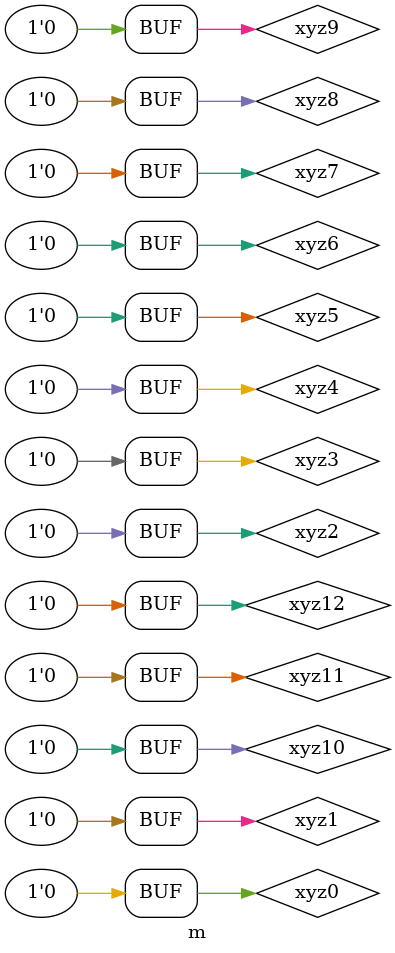
<source format=sv>
`define MIN(x, y)
`define MAX(x, y)
`define ADD(a, b, c, d) a + b + c + d
`define ASSERT_DEFAULT_CLK clk_i
`define ASSERT_DEFAULT_RST !rst_ni
`define ASSERT_ERROR(__name)
`define ASSERT(__name, __prop, __clk = `ASSERT_DEFAULT_CLK, __rst = `ASSERT_DEFAULT_RST)
`define ASSERT_IF(__name, __prop, __enable, __clk = `ASSERT_DEFAULT_CLK, __rst = `ASSERT_DEFAULT_RST)
`define ASSERT_STATIC_IN_PACKAGE(__name, __prop)
`define uvm_info(ID, MSG, VERBOSITY)
`define uvm_fatal(ID, MSG)
`define DV_CHECK_RANDOMIZE_WITH_FATAL(a, b, c="")
`define DV_CHECK_STD_RANDOMIZE_WITH_FATAL(a, b, c="")

module m;
  assign xyz0 = `ADD(  1000000,
  500000,
  2000000000,
  100000 );

  assign xyz1 = `ADD(  100000000000000000000000,
  500000000000000,
  2000000000000000000000000000000000000000,
  100000 );

  assign xyz2 = `ADD(  1000000000000000000000000000000000000000000000000000000000000,
  500000000000000,
  2000000000000000000000000000000000000000,
  100000 );

  assign xyz3 = `ADD(  1000000000000000000000000000000000000000000000000000000000000,
  500000000000000,
  20000000000000000000000000000000000000000000000000000000000000000000000,
  100000 );

  assign xyz4 = `ADD(  1000000000000000000000000000000000000000000000000000000000000,
  500000000000000000000000000000000000000000000000000000000000,
  2000000000000000000000000,
  100000 );

  assign xyz5 = `ADD(  1000000,
  500000,  //Test
  2000000000,
  100000 );

  assign xyz6 = `ADD(  1000000,
  500000,  //Test
  2000000000,  // Test
  100000 );

  assign xyz7 = `ADD(  1000000,  //Test
  500000,  //Test
  2000000000,  // Test
  100000 );

  assign xyz8 = `ADD(  1000000  //Test
  ,500000  //Test
  ,2000000000  // Test
  ,100000 );

  assign xyz9 = `ADD(  1000000, // comment
  500000,
  //Test
  2000000000,
  // another comment
  100000 );

  assign xyz10 = `ADD(  1000000, // comment
  500000,
  2000000000000000000000000000000000000000000000000000000000000000000000000,
  // another comment
  100000 );

  assign xyz11 = `ADD(  1000000, // comment
  500000,
  "This is a very long argument which should cause the macro instance to not be formatted as expected",
  // another comment
  100000 );

  assign xyz12 = `ADD(  1000000,
  500000 +
    100000000000 +
            20000000000000000,
  10,
  100000 );

  `ASSERT(IbexInstrLSBsKnown, valid_i |->
      !$isunknown(instr_i[1:0]))

  `ASSERT(IbexC0Known1, (valid_i && (instr_i[1:0] == 2'b00)) |->
      !$isunknown(instr_i[15:13]))

  `ASSERT(IbexC1Known2, (valid_i && (instr_i[1:0] == 2'b01) && (instr_i[15:13] == 3'b100)) |->
      !$isunknown(instr_i[11:10]))

  `ASSERT(IbexC1Known3, (valid_i &&
      (instr_i[1:0] == 2'b01) && (instr_i[15:13] == 3'b100) && (instr_i[11:10] == 2'b11)) |->
      !$isunknown({instr_i[12], instr_i[6:5]}))

  `ASSERT(IbexC2Known1, (valid_i && (instr_i[1:0] == 2'b10)) |->
      !$isunknown(instr_i[15:13]))

  `ASSERT_IF(IbexExceptionPrioOnehot,
             $onehot({instr_fetch_err_prio,
                      illegal_insn_prio,
                      ecall_insn_prio,
                      ebrk_insn_prio,
                      store_err_prio,
                      load_err_prio}),
             (ctrl_fsm_cs == FLUSH) & exc_req_q)

  `ASSERT_STATIC_IN_PACKAGE(ThisNameDoesNotMatter1, 32 == $bits(pkg_b::ParameterIntEqual4))

  `ASSERT_STATIC_IN_PACKAGE(ThisNameDoesNotMatter2, $bits(ParameterIntInPkgA) == 32)

  `ASSERT_STATIC_IN_PACKAGE(ThisNameDoesNotMatter3, $bits(ParameterIntInPkgA) == $bits(pkg_b::ParameterIntEqual4))

  `ASSERT_STATIC_IN_PACKAGE(
      ThisNameDoesNotMatter4,
      $bits(ParameterIntInPkgA) == $bits(pkg_b::ParameterIntEqual4))

  `DV_CHECK_STD_RANDOMIZE_WITH_FATAL(program_stack_len,
      program_stack_len inside {[cfg.min_stack_len_per_program : cfg.max_stack_len_per_program]};
      // Keep stack len word aligned to avoid unaligned load/store
      program_stack_len % (XLEN/8) == 0;,
      "Cannot randomize program_stack_len")

  `uvm_info(get_full_name(), $sformatf("Start generating %0d instruction",
                              instr_stream.instr_list.size()), UVM_LOW)

  `DV_CHECK_STD_RANDOMIZE_WITH_FATAL(instr_name,
                                     instr_name inside {allowed_instr};)

  `DV_CHECK_RANDOMIZE_WITH_FATAL(illegal_pte,
                                  !(xwr inside {NEXT_LEVEL_PAGE, R_W_EXECUTE_PAGE});)

  `DV_CHECK_RANDOMIZE_WITH_FATAL(valid_leaf_pte,
    // Set the correct privileged mode
    if(privileged_mode == USER_MODE) {
      u == 1'b1;
    } else {
      // Accessing user mode page from supervisor mode is only allowed when MSTATUS.SUM and
      // MSTATUS.MPRV are both 1
      if(!(cfg.mstatus_sum && cfg.mstatus_mprv)) {
   u == 1'b0;
      }
    }
    // Set a,d bit to 1 avoid page/access fault exceptions
    a == 1'b1;
    d == 1'b1;
    // Default: Readable, writable, executable page
    soft xwr == R_W_EXECUTE_PAGE;
    // Page is valid
    v == 1'b1;
  )
endmodule

</source>
